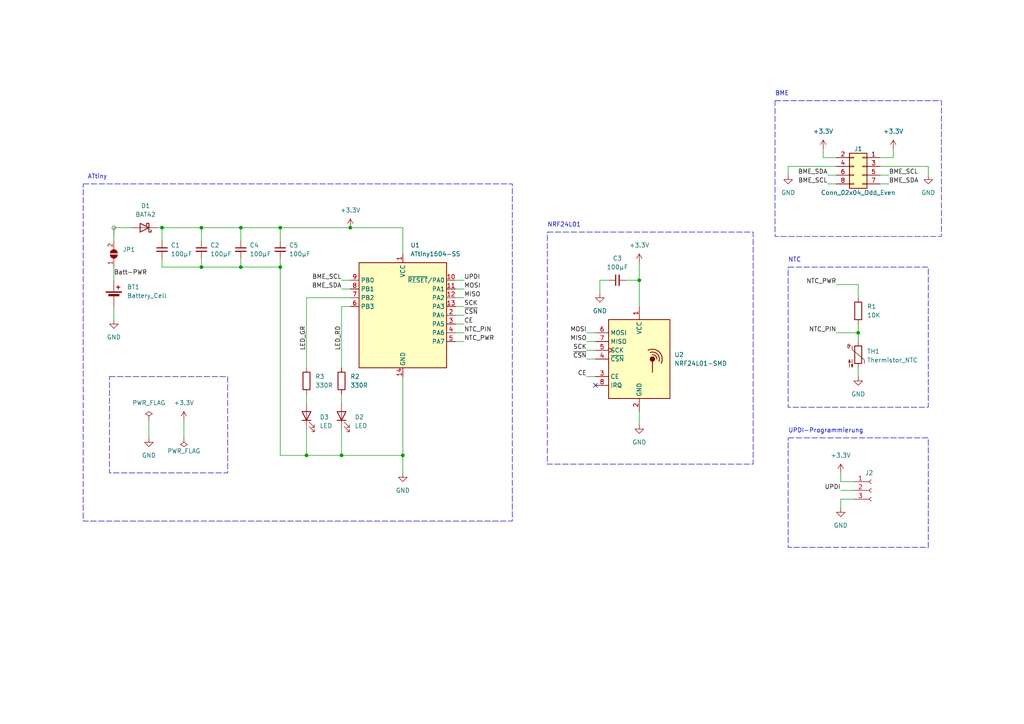
<source format=kicad_sch>
(kicad_sch (version 20230121) (generator eeschema)
  (paper "A4")
  (title_block (title "SensEgg Light") (date "2023-08-12") (comment 1 "-nRF24-BME280-NTC") (comment 2 "arduino-Thread-SensEgg-light-FunkSensor-ATtiny814") (comment 3 "https://www.arduinoforum.de/"))
  (lib_symbols
    (symbol "Connector:Conn_01x03_Socket" (pin_names (offset 1.016) hide)
      (property "Reference" "J" (at 0 5.08 0))
      (property "Value" "Conn_01x03_Socket" (at 0 -5.08 0))
      (symbol "Conn_01x03_Socket_1_1"
        (arc (start 0 -2.032) (mid -0.5058 -2.54) (end 0 -3.048) (stroke (width 0.1524)))
        (polyline (pts (xy -1.27 -2.54) (xy -0.508 -2.54)) (stroke (width 0.1524)))
        (polyline (pts (xy -1.27 0) (xy -0.508 0)) (stroke (width 0.1524)))
        (polyline (pts (xy -1.27 2.54) (xy -0.508 2.54)) (stroke (width 0.1524)))
        (arc (start 0 0.508) (mid -0.5058 0) (end 0 -0.508) (stroke (width 0.1524)))
        (arc (start 0 3.048) (mid -0.5058 2.54) (end 0 2.032) (stroke (width 0.1524)))
        (pin passive line (at -5.08 2.54 0) (length 3.81) (name "Pin_1") (number "1"))
        (pin passive line (at -5.08 0 0) (length 3.81) (name "Pin_2") (number "2"))
        (pin passive line (at -5.08 -2.54 0) (length 3.81) (name "Pin_3") (number "3"))
      )
    )
    (symbol "Connector_Generic:Conn_02x04_Odd_Even" (pin_names (offset 1.016) hide)
      (property "Reference" "J" (at 1.27 5.08 0))
      (property "Value" "Conn_02x04_Odd_Even" (at 1.27 -7.62 0))
      (symbol "Conn_02x04_Odd_Even_1_1"
        (rectangle (start -1.27 -4.953) (end 0 -5.207) (stroke (width 0.1524)))
        (rectangle (start -1.27 -2.413) (end 0 -2.667) (stroke (width 0.1524)))
        (rectangle (start -1.27 0.127) (end 0 -0.127) (stroke (width 0.1524)))
        (rectangle (start -1.27 2.667) (end 0 2.413) (stroke (width 0.1524)))
        (rectangle (start -1.27 3.81) (end 3.81 -6.35) (stroke (width 0.254)) (fill (type background)))
        (rectangle (start 3.81 -4.953) (end 2.54 -5.207) (stroke (width 0.1524)))
        (rectangle (start 3.81 -2.413) (end 2.54 -2.667) (stroke (width 0.1524)))
        (rectangle (start 3.81 0.127) (end 2.54 -0.127) (stroke (width 0.1524)))
        (rectangle (start 3.81 2.667) (end 2.54 2.413) (stroke (width 0.1524)))
        (pin passive line (at -5.08 2.54 0) (length 3.81) (name "Pin_1") (number "1"))
        (pin passive line (at 7.62 2.54 180) (length 3.81) (name "Pin_2") (number "2"))
        (pin passive line (at -5.08 0 0) (length 3.81) (name "Pin_3") (number "3"))
        (pin passive line (at 7.62 0 180) (length 3.81) (name "Pin_4") (number "4"))
        (pin passive line (at -5.08 -2.54 0) (length 3.81) (name "Pin_5") (number "5"))
        (pin passive line (at 7.62 -2.54 180) (length 3.81) (name "Pin_6") (number "6"))
        (pin passive line (at -5.08 -5.08 0) (length 3.81) (name "Pin_7") (number "7"))
        (pin passive line (at 7.62 -5.08 180) (length 3.81) (name "Pin_8") (number "8"))
      )
    )
    (symbol "Device:Battery_Cell" (pin_numbers hide) (pin_names (offset 0) hide)
      (property "Reference" "BT" (at 2.54 2.54 0))
      (property "Value" "Battery_Cell" (at 2.54 0 0))
      (symbol "Battery_Cell_0_1"
        (rectangle (start -2.286 1.778) (end 2.286 1.524) (fill (type outline)))
        (rectangle (start -1.524 1.016) (end 1.524 0.508) (fill (type outline)))
        (polyline (pts (xy 0 0.762) (xy 0 0)))
        (polyline (pts (xy 0 1.778) (xy 0 2.54)))
        (polyline (pts (xy 0.762 3.048) (xy 1.778 3.048)) (stroke (width 0.254)))
        (polyline (pts (xy 1.27 3.556) (xy 1.27 2.54)) (stroke (width 0.254)))
      )
      (symbol "Battery_Cell_1_1"
        (pin passive line (at 0 5.08 270) (length 2.54) (name "+") (number "1"))
        (pin passive line (at 0 -2.54 90) (length 2.54) (name "-") (number "2"))
      )
    )
    (symbol "Device:C_Small" (pin_numbers hide) (pin_names (offset 0.254) hide)
      (property "Reference" "C" (at 0.254 1.778 0))
      (property "Value" "C_Small" (at 0.254 -2.032 0))
      (symbol "C_Small_0_1"
        (polyline (pts (xy -1.524 -0.508) (xy 1.524 -0.508)) (stroke (width 0.3302)))
        (polyline (pts (xy -1.524 0.508) (xy 1.524 0.508)) (stroke (width 0.3048)))
      )
      (symbol "C_Small_1_1"
        (pin passive line (at 0 2.54 270) (length 2.032) (name "~") (number "1"))
        (pin passive line (at 0 -2.54 90) (length 2.032) (name "~") (number "2"))
      )
    )
    (symbol "Device:LED" (pin_numbers hide) (pin_names (offset 1.016) hide)
      (property "Reference" "D" (at 0 2.54 0))
      (property "Value" "LED" (at 0 -2.54 0))
      (symbol "LED_0_1"
        (polyline (pts (xy -1.27 -1.27) (xy -1.27 1.27)) (stroke (width 0.254)))
        (polyline (pts (xy -1.27 0) (xy 1.27 0)))
        (polyline (pts (xy 1.27 -1.27) (xy 1.27 1.27) (xy -1.27 0) (xy 1.27 -1.27)) (stroke (width 0.254)))
        (polyline (pts (xy -3.048 -0.762) (xy -4.572 -2.286) (xy -3.81 -2.286) (xy -4.572 -2.286) (xy -4.572 -1.524)))
        (polyline (pts (xy -1.778 -0.762) (xy -3.302 -2.286) (xy -2.54 -2.286) (xy -3.302 -2.286) (xy -3.302 -1.524)))
      )
      (symbol "LED_1_1"
        (pin passive line (at -3.81 0 0) (length 2.54) (name "K") (number "1"))
        (pin passive line (at 3.81 0 180) (length 2.54) (name "A") (number "2"))
      )
    )
    (symbol "Device:R" (pin_numbers hide) (pin_names (offset 0))
      (property "Reference" "R" (at 2.032 0 90))
      (property "Value" "R" (at 0 0 90))
      (symbol "R_0_1"
        (rectangle (start -1.016 -2.54) (end 1.016 2.54) (stroke (width 0.254)))
      )
      (symbol "R_1_1"
        (pin passive line (at 0 3.81 270) (length 1.27) (name "~") (number "1"))
        (pin passive line (at 0 -3.81 90) (length 1.27) (name "~") (number "2"))
      )
    )
    (symbol "Device:Thermistor_NTC" (pin_numbers hide) (pin_names (offset 0))
      (property "Reference" "TH" (at -4.445 0 90))
      (property "Value" "Thermistor_NTC" (at 3.175 0 90))
      (symbol "Thermistor_NTC_0_1"
        (arc (start -3.048 2.159) (mid -3.0495 2.3143) (end -3.175 2.413))
        (arc (start -3.048 2.159) (mid -2.9736 1.9794) (end -2.794 1.905))
        (arc (start -3.048 2.794) (mid -2.9736 2.6144) (end -2.794 2.54))
        (arc (start -2.794 1.905) (mid -2.6144 1.9794) (end -2.54 2.159))
        (arc (start -2.794 2.54) (mid -2.4393 2.5587) (end -2.159 2.794))
        (arc (start -2.794 3.048) (mid -2.9736 2.9736) (end -3.048 2.794))
        (arc (start -2.54 2.794) (mid -2.6144 2.9736) (end -2.794 3.048))
        (rectangle (start -1.016 2.54) (end 1.016 -2.54) (stroke (width 0.254)))
        (polyline (pts (xy -2.54 2.159) (xy -2.54 2.794)))
        (polyline (pts (xy -1.778 2.54) (xy -1.778 1.524) (xy 1.778 -1.524) (xy 1.778 -2.54)))
        (polyline (pts (xy -2.54 -3.683) (xy -2.54 -1.397) (xy -2.794 -2.159) (xy -2.286 -2.159) (xy -2.54 -1.397) (xy -2.54 -1.651)) (fill (type outline)))
        (polyline (pts (xy -1.778 -1.397) (xy -1.778 -3.683) (xy -2.032 -2.921) (xy -1.524 -2.921) (xy -1.778 -3.683) (xy -1.778 -3.429)) (fill (type outline)))
      )
      (symbol "Thermistor_NTC_1_1"
        (pin passive line (at 0 3.81 270) (length 1.27) (name "~") (number "1"))
        (pin passive line (at 0 -3.81 90) (length 1.27) (name "~") (number "2"))
      )
    )
    (symbol "Diode:BAT42" (pin_numbers hide) (pin_names (offset 1.016) hide)
      (property "Reference" "D" (at 0 2.54 0))
      (property "Value" "BAT42" (at 0 -2.54 0))
      (symbol "BAT42_0_1"
        (polyline (pts (xy 1.27 0) (xy -1.27 0)))
        (polyline (pts (xy 1.27 1.27) (xy 1.27 -1.27) (xy -1.27 0) (xy 1.27 1.27)) (stroke (width 0.254)))
        (polyline (pts (xy -1.905 0.635) (xy -1.905 1.27) (xy -1.27 1.27) (xy -1.27 -1.27) (xy -0.635 -1.27) (xy -0.635 -0.635)) (stroke (width 0.254)))
      )
      (symbol "BAT42_1_1"
        (pin passive line (at -3.81 0 0) (length 2.54) (name "K") (number "1"))
        (pin passive line (at 3.81 0 180) (length 2.54) (name "A") (number "2"))
      )
    )
    (symbol "Jumper:SolderJumper_2_Open" (pin_names (offset 0) hide)
      (property "Reference" "JP" (at 0 2.032 0))
      (property "Value" "SolderJumper_2_Open" (at 0 -2.54 0))
      (symbol "SolderJumper_2_Open_0_1"
        (arc (start -0.254 1.016) (mid -1.2656 0) (end -0.254 -1.016))
        (arc (start -0.254 1.016) (mid -1.2656 0) (end -0.254 -1.016) (fill (type outline)))
        (polyline (pts (xy -0.254 1.016) (xy -0.254 -1.016)))
        (polyline (pts (xy 0.254 1.016) (xy 0.254 -1.016)))
        (arc (start 0.254 -1.016) (mid 1.2656 0) (end 0.254 1.016))
        (arc (start 0.254 -1.016) (mid 1.2656 0) (end 0.254 1.016) (fill (type outline)))
      )
      (symbol "SolderJumper_2_Open_1_1"
        (pin passive line (at -3.81 0 0) (length 2.54) (name "A") (number "1"))
        (pin passive line (at 3.81 0 180) (length 2.54) (name "B") (number "2"))
      )
    )
    (symbol "MCU_Microchip_ATtiny:ATtiny1604-SS"
      (property "Reference" "U" (at -12.7 16.51 0))
      (property "Value" "ATtiny1604-SS" (at 2.54 -16.51 0))
      (symbol "ATtiny1604-SS_0_1"
        (rectangle (start -12.7 -15.24) (end 12.7 15.24) (stroke (width 0.254)) (fill (type background)))
      )
      (symbol "ATtiny1604-SS_1_1"
        (pin power_in line (at 0 17.78 270) (length 2.54) (name "VCC") (number "1"))
        (pin bidirectional line (at 15.24 10.16 180) (length 2.54) (name "~{RESET}/PA0") (number "10"))
        (pin bidirectional line (at 15.24 7.62 180) (length 2.54) (name "PA1") (number "11"))
        (pin bidirectional line (at 15.24 5.08 180) (length 2.54) (name "PA2") (number "12"))
        (pin bidirectional line (at 15.24 2.54 180) (length 2.54) (name "PA3") (number "13"))
        (pin power_in line (at 0 -17.78 90) (length 2.54) (name "GND") (number "14"))
        (pin bidirectional line (at 15.24 0 180) (length 2.54) (name "PA4") (number "2"))
        (pin bidirectional line (at 15.24 -2.54 180) (length 2.54) (name "PA5") (number "3"))
        (pin bidirectional line (at 15.24 -5.08 180) (length 2.54) (name "PA6") (number "4"))
        (pin bidirectional line (at 15.24 -7.62 180) (length 2.54) (name "PA7") (number "5"))
        (pin bidirectional line (at -15.24 2.54 0) (length 2.54) (name "PB3") (number "6"))
        (pin bidirectional line (at -15.24 5.08 0) (length 2.54) (name "PB2") (number "7"))
        (pin bidirectional line (at -15.24 7.62 0) (length 2.54) (name "PB1") (number "8"))
        (pin bidirectional line (at -15.24 10.16 0) (length 2.54) (name "PB0") (number "9"))
      )
    )
    (symbol "MyRF:NRF24L01-SMD"
      (property "Reference" "U" (at -8.89 12.7 0))
      (property "Value" "NRF24L01-SMD" (at 3.81 12.7 0))
      (symbol "NRF24L01-SMD_0_1"
        (rectangle (start -8.89 11.43) (end 8.89 -11.43) (stroke (width 0.254)) (fill (type background)))
        (polyline (pts (xy 3.81 -0.635) (xy 3.81 -3.81)) (stroke (width 0.254)))
        (circle (center 3.81 0) (radius 0.635) (stroke (width 0.254)) (fill (type outline)))
        (arc (start 5.08 0) (mid 4.7208 0.9108) (end 3.81 1.27) (stroke (width 0.254)))
        (arc (start 5.715 -0.635) (mid 5.2485 1.4385) (end 3.175 1.905) (stroke (width 0.254)))
        (arc (start 6.35 -1.27) (mid 5.818 2.008) (end 2.54 2.54) (stroke (width 0.254)))
      )
      (symbol "NRF24L01-SMD_1_1"
        (pin power_in line (at 0 15.24 270) (length 3.81) (name "VCC") (number "1"))
        (pin power_in line (at 0 -15.24 90) (length 3.81) (name "GND") (number "2"))
        (pin input line (at -12.7 -5.08 0) (length 3.81) (name "CE") (number "3"))
        (pin input line (at -12.7 0 0) (length 3.81) (name "~{CSN}") (number "4"))
        (pin input clock (at -12.7 2.54 0) (length 3.81) (name "SCK") (number "5"))
        (pin input line (at -12.7 7.62 0) (length 3.81) (name "MOSI") (number "6"))
        (pin output line (at -12.7 5.08 0) (length 3.81) (name "MISO") (number "7"))
        (pin output line (at -12.7 -7.62 0) (length 3.81) (name "IRQ") (number "8"))
      )
    )
    (symbol "power:+3.3V" (power) (pin_names (offset 0))
      (property "Value" "+3.3V" (at 0 3.556 0))
      (symbol "+3.3V_0_1"
        (polyline (pts (xy -0.762 1.27) (xy 0 2.54)))
        (polyline (pts (xy 0 0) (xy 0 2.54)))
        (polyline (pts (xy 0 2.54) (xy 0.762 1.27)))
      )
      (symbol "+3.3V_1_1"
        (pin power_in line (at 0 0 90) (length 0) hide (name "+3.3V") (number "1"))
      )
    )
    (symbol "power:GND" (power) (pin_names (offset 0))
      (property "Value" "GND" (at 0 -3.81 0))
      (symbol "GND_0_1"
        (polyline (pts (xy 0 0) (xy 0 -1.27) (xy 1.27 -1.27) (xy 0 -2.54) (xy -1.27 -1.27) (xy 0 -1.27)))
      )
      (symbol "GND_1_1"
        (pin power_in line (at 0 0 270) (length 0) hide (name "GND") (number "1"))
      )
    )
    (symbol "power:PWR_FLAG" (power) (pin_numbers hide) (pin_names (offset 0) hide)
      (property "Value" "PWR_FLAG" (at 0 3.81 0))
      (symbol "PWR_FLAG_0_0"
        (pin power_out line (at 0 0 90) (length 0) (name "pwr") (number "1"))
      )
      (symbol "PWR_FLAG_0_1"
        (polyline (pts (xy 0 0) (xy 0 1.27) (xy -1.016 1.905) (xy 0 2.54) (xy 1.016 1.905) (xy 0 1.27)))
      )
    )
  )
  (junction (at 88.9 132.08))
  (junction (at 69.85 77.47))
  (junction (at 69.85 66.04))
  (junction (at 248.92 96.52))
  (junction (at 185.42 81.28))
  (junction (at 58.42 77.47))
  (junction (at 81.28 66.04))
  (junction (at 81.28 77.47))
  (junction (at 46.99 66.04))
  (junction (at 101.6 66.04))
  (junction (at 99.06 132.08))
  (junction (at 116.84 132.08))
  (junction (at 58.42 66.04))
  (no_connect (at 172.72 111.76))
  (wire (pts (xy 46.99 66.04) (xy 46.99 69.85)))
  (wire (pts (xy 116.84 109.22) (xy 116.84 132.08)))
  (wire (pts (xy 170.18 109.22) (xy 172.72 109.22)))
  (wire (pts (xy 255.27 53.34) (xy 257.81 53.34)))
  (wire (pts (xy 58.42 74.93) (xy 58.42 77.47)))
  (wire (pts (xy 242.57 96.52) (xy 248.92 96.52)))
  (wire (pts (xy 99.06 114.3) (xy 99.06 116.84)))
  (wire (pts (xy 255.27 48.26) (xy 269.24 48.26)))
  (wire (pts (xy 88.9 86.36) (xy 101.6 86.36)))
  (wire (pts (xy 58.42 66.04) (xy 69.85 66.04)))
  (wire (pts (xy 58.42 77.47) (xy 69.85 77.47)))
  (wire (pts (xy 170.18 99.06) (xy 172.72 99.06)))
  (wire (pts (xy 116.84 132.08) (xy 116.84 137.16)))
  (wire (pts (xy 88.9 114.3) (xy 88.9 116.84)))
  (wire (pts (xy 248.92 106.68) (xy 248.92 109.22)))
  (wire (pts (xy 259.08 43.18) (xy 259.08 45.72)))
  (wire (pts (xy 53.34 121.92) (xy 53.34 127)))
  (wire (pts (xy 81.28 77.47) (xy 81.28 132.08)))
  (wire (pts (xy 170.18 96.52) (xy 172.72 96.52)))
  (wire (pts (xy 228.6 48.26) (xy 242.57 48.26)))
  (wire (pts (xy 248.92 86.36) (xy 248.92 82.55)))
  (wire (pts (xy 81.28 132.08) (xy 88.9 132.08)))
  (wire (pts (xy 185.42 81.28) (xy 185.42 88.9)))
  (wire (pts (xy 132.08 91.44) (xy 134.62 91.44)))
  (wire (pts (xy 132.08 81.28) (xy 134.62 81.28)))
  (wire (pts (xy 228.6 48.26) (xy 228.6 50.8)))
  (wire (pts (xy 33.02 66.04) (xy 38.1 66.04)))
  (wire (pts (xy 181.61 81.28) (xy 185.42 81.28)))
  (wire (pts (xy 99.06 88.9) (xy 101.6 88.9)))
  (wire (pts (xy 33.02 66.04) (xy 33.02 69.85)))
  (wire (pts (xy 99.06 124.46) (xy 99.06 132.08)))
  (wire (pts (xy 255.27 45.72) (xy 259.08 45.72)))
  (wire (pts (xy 69.85 74.93) (xy 69.85 77.47)))
  (wire (pts (xy 69.85 66.04) (xy 69.85 69.85)))
  (wire (pts (xy 116.84 66.04) (xy 116.84 73.66)))
  (wire (pts (xy 132.08 88.9) (xy 134.62 88.9)))
  (wire (pts (xy 173.99 81.28) (xy 176.53 81.28)))
  (wire (pts (xy 43.18 121.92) (xy 43.18 127)))
  (wire (pts (xy 238.76 43.18) (xy 238.76 45.72)))
  (wire (pts (xy 132.08 86.36) (xy 134.62 86.36)))
  (wire (pts (xy 101.6 66.04) (xy 116.84 66.04)))
  (wire (pts (xy 170.18 104.14) (xy 172.72 104.14)))
  (wire (pts (xy 243.84 139.7) (xy 247.65 139.7)))
  (wire (pts (xy 240.03 50.8) (xy 242.57 50.8)))
  (wire (pts (xy 99.06 88.9) (xy 99.06 106.68)))
  (wire (pts (xy 88.9 124.46) (xy 88.9 132.08)))
  (wire (pts (xy 99.06 132.08) (xy 116.84 132.08)))
  (wire (pts (xy 248.92 96.52) (xy 248.92 99.06)))
  (wire (pts (xy 99.06 81.28) (xy 101.6 81.28)))
  (wire (pts (xy 243.84 144.78) (xy 247.65 144.78)))
  (wire (pts (xy 69.85 66.04) (xy 81.28 66.04)))
  (wire (pts (xy 46.99 66.04) (xy 58.42 66.04)))
  (wire (pts (xy 99.06 83.82) (xy 101.6 83.82)))
  (wire (pts (xy 46.99 74.93) (xy 46.99 77.47)))
  (wire (pts (xy 170.18 101.6) (xy 172.72 101.6)))
  (wire (pts (xy 243.84 144.78) (xy 243.84 147.32)))
  (wire (pts (xy 33.02 88.9) (xy 33.02 92.71)))
  (wire (pts (xy 46.99 77.47) (xy 58.42 77.47)))
  (wire (pts (xy 132.08 83.82) (xy 134.62 83.82)))
  (wire (pts (xy 88.9 132.08) (xy 99.06 132.08)))
  (wire (pts (xy 81.28 74.93) (xy 81.28 77.47)))
  (wire (pts (xy 132.08 93.98) (xy 134.62 93.98)))
  (wire (pts (xy 242.57 45.72) (xy 238.76 45.72)))
  (wire (pts (xy 243.84 142.24) (xy 247.65 142.24)))
  (wire (pts (xy 173.99 81.28) (xy 173.99 85.09)))
  (wire (pts (xy 243.84 137.16) (xy 243.84 139.7)))
  (wire (pts (xy 248.92 93.98) (xy 248.92 96.52)))
  (wire (pts (xy 185.42 76.2) (xy 185.42 81.28)))
  (wire (pts (xy 58.42 66.04) (xy 58.42 69.85)))
  (wire (pts (xy 132.08 99.06) (xy 134.62 99.06)))
  (wire (pts (xy 255.27 50.8) (xy 257.81 50.8)))
  (wire (pts (xy 269.24 48.26) (xy 269.24 50.8)))
  (wire (pts (xy 88.9 86.36) (xy 88.9 106.68)))
  (wire (pts (xy 240.03 53.34) (xy 242.57 53.34)))
  (wire (pts (xy 132.08 96.52) (xy 134.62 96.52)))
  (wire (pts (xy 33.02 77.47) (xy 33.02 81.28)))
  (wire (pts (xy 185.42 119.38) (xy 185.42 123.19)))
  (wire (pts (xy 242.57 82.55) (xy 248.92 82.55)))
  (wire (pts (xy 69.85 77.47) (xy 81.28 77.47)))
  (wire (pts (xy 81.28 66.04) (xy 81.28 69.85)))
  (wire (pts (xy 45.72 66.04) (xy 46.99 66.04)))
  (wire (pts (xy 81.28 66.04) (xy 101.6 66.04)))
  (rectangle (start 24.13 53.34) (end 148.59 151.13) (stroke (width 0) (type dash)))
  (rectangle (start 31.75 109.22) (end 66.04 137.16) (stroke (width 0) (type dash)))
  (rectangle (start 228.6 77.47) (end 269.24 118.11) (stroke (width 0) (type dash)))
  (rectangle (start 224.79 29.21) (end 273.05 68.58) (stroke (width 0) (type dash)))
  (rectangle (start 228.6 127) (end 269.24 158.75) (stroke (width 0) (type dash)))
  (rectangle (start 158.75 67.31) (end 218.44 134.62) (stroke (width 0) (type dash)))
  (text "NRF24L01" (at 158.75 66.04 0) (effects (font (size 1.27 1.27)) (justify left bottom)))
  (text "BME" (at 224.79 27.94 0) (effects (font (size 1.27 1.27)) (justify left bottom)))
  (text "NTC" (at 228.6 76.2 0) (effects (font (size 1.27 1.27)) (justify left bottom)))
  (text "UPDI-Programmierung" (at 228.6 125.73 0) (effects (font (size 1.27 1.27)) (justify left bottom)))
  (text "ATtiny" (at 25.4 52.07 0) (effects (font (size 1.27 1.27)) (justify left bottom)))
  (label "CE" (at 170.18 109.22 180))
  (label "~{CSN}" (at 134.62 91.44 0))
  (label "LED_RD" (at 99.06 101.6 90))
  (label "~{CSN}" (at 170.18 104.14 180))
  (label "SCK" (at 170.18 101.6 180))
  (label "SCK" (at 134.62 88.9 0))
  (label "CE" (at 134.62 93.98 0))
  (label "BME_SCL" (at 240.03 53.34 180))
  (label "MISO" (at 170.18 99.06 180))
  (label "MOSI" (at 134.62 83.82 0))
  (label "NTC_PWR" (at 242.57 82.55 180))
  (label "NTC_PIN" (at 242.57 96.52 180))
  (label "BME_SCL" (at 99.06 81.28 180))
  (label "NTC_PWR" (at 134.62 99.06 0))
  (label "BME_SDA" (at 99.06 83.82 180))
  (label "UPDI" (at 243.84 142.24 180))
  (label "BME_SDA" (at 240.03 50.8 180))
  (label "MISO" (at 134.62 86.36 0))
  (label "NTC_PIN" (at 134.62 96.52 0))
  (label "MOSI" (at 170.18 96.52 180))
  (label "UPDI" (at 134.62 81.28 0))
  (label "Batt-PWR" (at 33.02 80.01 0))
  (label "LED_GR" (at 88.9 101.6 90))
  (label "BME_SCL" (at 257.81 50.8 0))
  (label "BME_SDA" (at 257.81 53.34 0))
  (netclass_flag "" (length 2.54) (shape round) (at 33.02 68.58 0) (property "Netclass" "Power" (effects hide)))
  (symbol (lib_id "power:+3.3V") (at 238.76 43.18 0) (mirror y) (unit 1)
    (property "Reference" "#PWR09" (effects hide))
    (property "Value" "+3.3V" (at 238.76 38.1 0))
  )
  (symbol (lib_id "power:PWR_FLAG") (at 53.34 127 180) (unit 1)
    (property "Reference" "#FLG02" (effects hide))
    (property "Value" "PWR_FLAG" (at 53.34 130.81 0))
  )
  (symbol (lib_id "power:GND") (at 228.6 50.8 0) (mirror y) (unit 1)
    (property "Reference" "#PWR08" (effects hide))
    (property "Value" "GND" (at 228.6 55.88 0))
  )
  (symbol (lib_id "power:GND") (at 243.84 147.32 0) (unit 1)
    (property "Reference" "#PWR011" (effects hide))
    (property "Value" "GND" (at 243.84 152.4 0))
  )
  (symbol (lib_id "Device:C_Small") (at 58.42 72.39 0) (unit 1)
    (property "Reference" "C2" (at 60.96 71.1263 0) (effects (justify left)))
    (property "Value" "100µF" (at 60.96 73.6663 0) (effects (justify left)))
    (property "Footprint" "Capacitor_SMD:C_1206_3216Metric_Pad1.33x1.80mm_HandSolder" (effects hide))
  )
  (symbol (lib_id "power:GND") (at 269.24 50.8 0) (unit 1)
    (property "Reference" "#PWR014" (effects hide))
    (property "Value" "GND" (at 269.24 55.88 0))
  )
  (symbol (lib_id "Connector:Conn_01x03_Socket") (at 252.73 142.24 0) (unit 1)
    (property "Reference" "J2" (at 252.095 137.16 0))
    (property "Value" "Conn_01x03_Socket" (effects hide))
    (property "Footprint" "Connector_PinHeader_2.54mm:PinHeader_1x03_P2.54mm_Vertical" (effects hide))
  )
  (symbol (lib_id "Device:C_Small") (at 69.85 72.39 0) (unit 1)
    (property "Reference" "C4" (at 72.39 71.1263 0) (effects (justify left)))
    (property "Value" "100µF" (at 72.39 73.6663 0) (effects (justify left)))
    (property "Footprint" "Capacitor_SMD:C_1206_3216Metric_Pad1.33x1.80mm_HandSolder" (effects hide))
  )
  (symbol (lib_id "power:GND") (at 33.02 92.71 0) (unit 1)
    (property "Reference" "#PWR01" (effects hide))
    (property "Value" "GND" (at 33.02 97.79 0))
  )
  (symbol (lib_id "power:GND") (at 185.42 123.19 0) (unit 1)
    (property "Reference" "#PWR07" (effects hide))
    (property "Value" "GND" (at 185.42 128.27 0))
  )
  (symbol (lib_id "power:+3.3V") (at 243.84 137.16 0) (unit 1)
    (property "Reference" "#PWR010" (effects hide))
    (property "Value" "+3.3V" (at 243.84 132.08 0))
  )
  (symbol (lib_id "power:+3.3V") (at 185.42 76.2 0) (unit 1)
    (property "Reference" "#PWR06" (effects hide))
    (property "Value" "+3.3V" (at 185.42 71.12 0))
  )
  (symbol (lib_id "power:GND") (at 43.18 127 0) (unit 1)
    (property "Reference" "#PWR02" (effects hide))
    (property "Value" "GND" (at 43.18 132.08 0))
  )
  (symbol (lib_id "power:PWR_FLAG") (at 43.18 121.92 0) (unit 1)
    (property "Reference" "#FLG01" (effects hide))
    (property "Value" "PWR_FLAG" (at 43.18 116.84 0))
  )
  (symbol (lib_id "Jumper:SolderJumper_2_Open") (at 33.02 73.66 90) (unit 1)
    (property "Reference" "JP1" (at 35.56 72.39 90) (effects (justify right)))
    (property "Value" "SolderJumper_2_Open" (effects hide))
    (property "Footprint" "Jumper:SolderJumper-2_P1.3mm_Open_RoundedPad1.0x1.5mm" (effects hide))
  )
  (symbol (lib_id "Device:LED") (at 88.9 120.65 90) (unit 1)
    (property "Reference" "D3" (at 92.71 120.9675 90) (effects (justify right)))
    (property "Value" "LED" (at 92.71 123.5075 90) (effects (justify right)))
    (property "Footprint" "LED_SMD:LED_1206_3216Metric_Pad1.42x1.75mm_HandSolder" (effects hide))
  )
  (symbol (lib_id "power:GND") (at 116.84 137.16 0) (unit 1)
    (property "Reference" "#PWR04" (effects hide))
    (property "Value" "GND" (at 116.84 142.24 0))
  )
  (symbol (lib_id "Device:R") (at 248.92 90.17 180) (unit 1)
    (property "Reference" "R1" (at 251.46 88.9 0) (effects (justify right)))
    (property "Value" "10K" (at 251.46 91.44 0) (effects (justify right)))
    (property "Footprint" "Resistor_SMD:R_1206_3216Metric_Pad1.30x1.75mm_HandSolder" (effects hide))
  )
  (symbol (lib_id "Device:C_Small") (at 81.28 72.39 0) (unit 1)
    (property "Reference" "C5" (at 83.82 71.1263 0) (effects (justify left)))
    (property "Value" "100µF" (at 83.82 73.6663 0) (effects (justify left)))
    (property "Footprint" "Capacitor_SMD:C_1206_3216Metric_Pad1.33x1.80mm_HandSolder" (effects hide))
  )
  (symbol (lib_id "Device:Battery_Cell") (at 33.02 86.36 0) (unit 1)
    (property "Reference" "BT1" (at 36.83 83.2485 0) (effects (justify left)))
    (property "Value" "Battery_Cell" (at 36.83 85.7885 0) (effects (justify left)))
    (property "Footprint" "MyBattery:China-CR2032" (effects hide))
  )
  (symbol (lib_id "MyRF:NRF24L01-SMD") (at 185.42 104.14 0) (unit 1)
    (property "Reference" "U2" (at 195.58 102.87 0) (effects (justify left)))
    (property "Value" "NRF24L01-SMD" (at 195.58 105.41 0) (effects (justify left)))
    (property "Footprint" "MyBreakout:nRF24L01-SMD" (effects hide))
    (property "Datasheet" "http://www.nordicsemi.com/eng/content/download/2730/34105/file/nRF24L01_Product_Specification_v2_0.pdf" (effects hide))
  )
  (symbol (lib_id "Connector_Generic:Conn_02x04_Odd_Even") (at 250.19 48.26 0) (mirror y) (unit 1)
    (property "Reference" "J1" (at 248.92 43.18 0))
    (property "Value" "Conn_02x04_Odd_Even" (at 248.92 55.88 0))
    (property "Footprint" "Connector_PinSocket_2.54mm:PinSocket_2x04_P2.54mm_Vertical" (effects hide))
  )
  (symbol (lib_id "Diode:BAT42") (at 41.91 66.04 180) (unit 1)
    (property "Reference" "D1" (at 42.2275 59.69 0))
    (property "Value" "BAT42" (at 42.2275 62.23 0))
    (property "Footprint" "Diode_SMD:D_1206_3216Metric_Pad1.42x1.75mm_HandSolder" (effects hide))
    (property "Datasheet" "http://www.vishay.com/docs/85660/bat42.pdf" (effects hide))
  )
  (symbol (lib_id "Device:R") (at 88.9 110.49 0) (unit 1)
    (property "Reference" "R3" (at 91.44 109.22 0) (effects (justify left)))
    (property "Value" "330R" (at 91.44 111.76 0) (effects (justify left)))
    (property "Footprint" "Resistor_SMD:R_1206_3216Metric_Pad1.30x1.75mm_HandSolder" (effects hide))
  )
  (symbol (lib_id "power:+3.3V") (at 259.08 43.18 0) (unit 1)
    (property "Reference" "#PWR013" (effects hide))
    (property "Value" "+3.3V" (at 259.08 38.1 0))
  )
  (symbol (lib_id "Device:LED") (at 99.06 120.65 90) (unit 1)
    (property "Reference" "D2" (at 102.87 120.9675 90) (effects (justify right)))
    (property "Value" "LED" (at 102.87 123.5075 90) (effects (justify right)))
    (property "Footprint" "LED_SMD:LED_1206_3216Metric_Pad1.42x1.75mm_HandSolder" (effects hide))
  )
  (symbol (lib_id "MCU_Microchip_ATtiny:ATtiny1604-SS") (at 116.84 91.44 0) (unit 1)
    (property "Reference" "U1" (at 119.0341 71.12 0) (effects (justify left)))
    (property "Value" "ATtiny1604-SS" (at 119.0341 73.66 0) (effects (justify left)))
    (property "Footprint" "Package_SO:SOIC-14_3.9x8.7mm_P1.27mm" (effects hide))
    (property "Datasheet" "http://ww1.microchip.com/downloads/en/DeviceDoc/ATtiny804_1604-Data-Sheet-40002028A.pdf" (effects hide))
  )
  (symbol (lib_id "power:GND") (at 173.99 85.09 0) (unit 1)
    (property "Reference" "#PWR05" (effects hide))
    (property "Value" "GND" (at 173.99 90.17 0))
  )
  (symbol (lib_id "power:+3.3V") (at 53.34 121.92 0) (unit 1)
    (property "Reference" "#PWR03" (effects hide))
    (property "Value" "+3.3V" (at 53.34 116.84 0))
  )
  (symbol (lib_id "Device:C_Small") (at 179.07 81.28 90) (unit 1)
    (property "Reference" "C3" (at 179.0763 74.93 90))
    (property "Value" "100µF" (at 179.0763 77.47 90))
    (property "Footprint" "Capacitor_SMD:C_1206_3216Metric_Pad1.33x1.80mm_HandSolder" (effects hide))
  )
  (symbol (lib_id "Device:R") (at 99.06 110.49 0) (unit 1)
    (property "Reference" "R2" (at 101.6 109.22 0) (effects (justify left)))
    (property "Value" "330R" (at 101.6 111.76 0) (effects (justify left)))
    (property "Footprint" "Resistor_SMD:R_1206_3216Metric_Pad1.30x1.75mm_HandSolder" (effects hide))
  )
  (symbol (lib_id "Device:C_Small") (at 46.99 72.39 0) (unit 1)
    (property "Reference" "C1" (at 49.53 71.1263 0) (effects (justify left)))
    (property "Value" "100µF" (at 49.53 73.6663 0) (effects (justify left)))
    (property "Footprint" "Capacitor_SMD:C_1206_3216Metric_Pad1.33x1.80mm_HandSolder" (effects hide))
  )
  (symbol (lib_id "power:+3.3V") (at 101.6 66.04 0) (unit 1)
    (property "Reference" "#PWR015" (effects hide))
    (property "Value" "+3.3V" (at 101.6 60.96 0))
  )
  (symbol (lib_id "power:GND") (at 248.92 109.22 0) (unit 1)
    (property "Reference" "#PWR012" (effects hide))
    (property "Value" "GND" (at 248.92 114.3 0))
  )
  (symbol (lib_id "Device:Thermistor_NTC") (at 248.92 102.87 0) (unit 1)
    (property "Reference" "TH1" (at 251.46 101.9175 0) (effects (justify left)))
    (property "Value" "Thermistor_NTC" (at 251.46 104.4575 0) (effects (justify left)))
    (property "Footprint" "MyNTC:TS-NTC-XXX_1x02_P2.54mm" (effects hide))
  )
)
</source>
